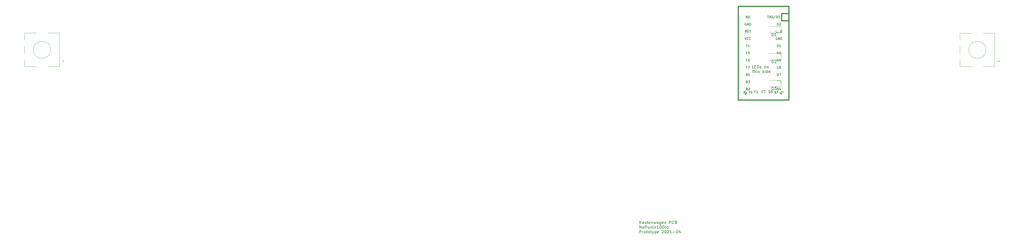
<source format=gto>
G04 #@! TF.GenerationSoftware,KiCad,Pcbnew,(5.1.9)-1*
G04 #@! TF.CreationDate,2021-06-08T14:52:31-04:00*
G04 #@! TF.ProjectId,kastenwagen-pcb,6b617374-656e-4776-9167-656e2d706362,rev?*
G04 #@! TF.SameCoordinates,Original*
G04 #@! TF.FileFunction,Legend,Top*
G04 #@! TF.FilePolarity,Positive*
%FSLAX46Y46*%
G04 Gerber Fmt 4.6, Leading zero omitted, Abs format (unit mm)*
G04 Created by KiCad (PCBNEW (5.1.9)-1) date 2021-06-08 14:52:31*
%MOMM*%
%LPD*%
G01*
G04 APERTURE LIST*
%ADD10C,0.150000*%
%ADD11C,0.120000*%
%ADD12C,0.381000*%
%ADD13C,3.987800*%
%ADD14C,1.750000*%
%ADD15C,3.048000*%
%ADD16R,2.000000X2.000000*%
%ADD17C,2.000000*%
%ADD18C,1.752600*%
%ADD19R,1.752600X1.752600*%
G04 APERTURE END LIST*
D10*
X235387195Y-86686380D02*
X235387195Y-85686380D01*
X235958623Y-86686380D02*
X235530052Y-86114952D01*
X235958623Y-85686380D02*
X235387195Y-86257809D01*
X236815766Y-86686380D02*
X236815766Y-86162571D01*
X236768147Y-86067333D01*
X236672909Y-86019714D01*
X236482433Y-86019714D01*
X236387195Y-86067333D01*
X236815766Y-86638761D02*
X236720528Y-86686380D01*
X236482433Y-86686380D01*
X236387195Y-86638761D01*
X236339576Y-86543523D01*
X236339576Y-86448285D01*
X236387195Y-86353047D01*
X236482433Y-86305428D01*
X236720528Y-86305428D01*
X236815766Y-86257809D01*
X237244338Y-86638761D02*
X237339576Y-86686380D01*
X237530052Y-86686380D01*
X237625290Y-86638761D01*
X237672909Y-86543523D01*
X237672909Y-86495904D01*
X237625290Y-86400666D01*
X237530052Y-86353047D01*
X237387195Y-86353047D01*
X237291957Y-86305428D01*
X237244338Y-86210190D01*
X237244338Y-86162571D01*
X237291957Y-86067333D01*
X237387195Y-86019714D01*
X237530052Y-86019714D01*
X237625290Y-86067333D01*
X237958623Y-86019714D02*
X238339576Y-86019714D01*
X238101480Y-85686380D02*
X238101480Y-86543523D01*
X238149100Y-86638761D01*
X238244338Y-86686380D01*
X238339576Y-86686380D01*
X239053861Y-86638761D02*
X238958623Y-86686380D01*
X238768147Y-86686380D01*
X238672909Y-86638761D01*
X238625290Y-86543523D01*
X238625290Y-86162571D01*
X238672909Y-86067333D01*
X238768147Y-86019714D01*
X238958623Y-86019714D01*
X239053861Y-86067333D01*
X239101480Y-86162571D01*
X239101480Y-86257809D01*
X238625290Y-86353047D01*
X239530052Y-86019714D02*
X239530052Y-86686380D01*
X239530052Y-86114952D02*
X239577671Y-86067333D01*
X239672909Y-86019714D01*
X239815766Y-86019714D01*
X239911004Y-86067333D01*
X239958623Y-86162571D01*
X239958623Y-86686380D01*
X240339576Y-86019714D02*
X240530052Y-86686380D01*
X240720528Y-86210190D01*
X240911004Y-86686380D01*
X241101480Y-86019714D01*
X241911004Y-86686380D02*
X241911004Y-86162571D01*
X241863385Y-86067333D01*
X241768147Y-86019714D01*
X241577671Y-86019714D01*
X241482433Y-86067333D01*
X241911004Y-86638761D02*
X241815766Y-86686380D01*
X241577671Y-86686380D01*
X241482433Y-86638761D01*
X241434814Y-86543523D01*
X241434814Y-86448285D01*
X241482433Y-86353047D01*
X241577671Y-86305428D01*
X241815766Y-86305428D01*
X241911004Y-86257809D01*
X242815766Y-86019714D02*
X242815766Y-86829238D01*
X242768147Y-86924476D01*
X242720528Y-86972095D01*
X242625290Y-87019714D01*
X242482433Y-87019714D01*
X242387195Y-86972095D01*
X242815766Y-86638761D02*
X242720528Y-86686380D01*
X242530052Y-86686380D01*
X242434814Y-86638761D01*
X242387195Y-86591142D01*
X242339576Y-86495904D01*
X242339576Y-86210190D01*
X242387195Y-86114952D01*
X242434814Y-86067333D01*
X242530052Y-86019714D01*
X242720528Y-86019714D01*
X242815766Y-86067333D01*
X243672909Y-86638761D02*
X243577671Y-86686380D01*
X243387195Y-86686380D01*
X243291957Y-86638761D01*
X243244338Y-86543523D01*
X243244338Y-86162571D01*
X243291957Y-86067333D01*
X243387195Y-86019714D01*
X243577671Y-86019714D01*
X243672909Y-86067333D01*
X243720528Y-86162571D01*
X243720528Y-86257809D01*
X243244338Y-86353047D01*
X244149100Y-86019714D02*
X244149100Y-86686380D01*
X244149100Y-86114952D02*
X244196719Y-86067333D01*
X244291957Y-86019714D01*
X244434814Y-86019714D01*
X244530052Y-86067333D01*
X244577671Y-86162571D01*
X244577671Y-86686380D01*
X245815766Y-86686380D02*
X245815766Y-85686380D01*
X246196719Y-85686380D01*
X246291957Y-85734000D01*
X246339576Y-85781619D01*
X246387195Y-85876857D01*
X246387195Y-86019714D01*
X246339576Y-86114952D01*
X246291957Y-86162571D01*
X246196719Y-86210190D01*
X245815766Y-86210190D01*
X247387195Y-86591142D02*
X247339576Y-86638761D01*
X247196719Y-86686380D01*
X247101480Y-86686380D01*
X246958623Y-86638761D01*
X246863385Y-86543523D01*
X246815766Y-86448285D01*
X246768147Y-86257809D01*
X246768147Y-86114952D01*
X246815766Y-85924476D01*
X246863385Y-85829238D01*
X246958623Y-85734000D01*
X247101480Y-85686380D01*
X247196719Y-85686380D01*
X247339576Y-85734000D01*
X247387195Y-85781619D01*
X248149100Y-86162571D02*
X248291957Y-86210190D01*
X248339576Y-86257809D01*
X248387195Y-86353047D01*
X248387195Y-86495904D01*
X248339576Y-86591142D01*
X248291957Y-86638761D01*
X248196719Y-86686380D01*
X247815766Y-86686380D01*
X247815766Y-85686380D01*
X248149100Y-85686380D01*
X248244338Y-85734000D01*
X248291957Y-85781619D01*
X248339576Y-85876857D01*
X248339576Y-85972095D01*
X248291957Y-86067333D01*
X248244338Y-86114952D01*
X248149100Y-86162571D01*
X247815766Y-86162571D01*
X235387195Y-88336380D02*
X235387195Y-87336380D01*
X235958623Y-88336380D01*
X235958623Y-87336380D01*
X236577671Y-88336380D02*
X236482433Y-88288761D01*
X236434814Y-88241142D01*
X236387195Y-88145904D01*
X236387195Y-87860190D01*
X236434814Y-87764952D01*
X236482433Y-87717333D01*
X236577671Y-87669714D01*
X236720528Y-87669714D01*
X236815766Y-87717333D01*
X236863385Y-87764952D01*
X236911004Y-87860190D01*
X236911004Y-88145904D01*
X236863385Y-88241142D01*
X236815766Y-88288761D01*
X236720528Y-88336380D01*
X236577671Y-88336380D01*
X237339576Y-88336380D02*
X237339576Y-87336380D01*
X237720528Y-87336380D01*
X237815766Y-87384000D01*
X237863385Y-87431619D01*
X237911004Y-87526857D01*
X237911004Y-87669714D01*
X237863385Y-87764952D01*
X237815766Y-87812571D01*
X237720528Y-87860190D01*
X237339576Y-87860190D01*
X238768147Y-87669714D02*
X238768147Y-88336380D01*
X238339576Y-87669714D02*
X238339576Y-88193523D01*
X238387195Y-88288761D01*
X238482433Y-88336380D01*
X238625290Y-88336380D01*
X238720528Y-88288761D01*
X238768147Y-88241142D01*
X239244338Y-87669714D02*
X239244338Y-88336380D01*
X239244338Y-87764952D02*
X239291957Y-87717333D01*
X239387195Y-87669714D01*
X239530052Y-87669714D01*
X239625290Y-87717333D01*
X239672909Y-87812571D01*
X239672909Y-88336380D01*
X240149100Y-88336380D02*
X240149100Y-87336380D01*
X240625290Y-87669714D02*
X240625290Y-88336380D01*
X240625290Y-87764952D02*
X240672909Y-87717333D01*
X240768147Y-87669714D01*
X240911004Y-87669714D01*
X241006242Y-87717333D01*
X241053861Y-87812571D01*
X241053861Y-88336380D01*
X242053861Y-88336380D02*
X241482433Y-88336380D01*
X241768147Y-88336380D02*
X241768147Y-87336380D01*
X241672909Y-87479238D01*
X241577671Y-87574476D01*
X241482433Y-87622095D01*
X242672909Y-87336380D02*
X242768147Y-87336380D01*
X242863385Y-87384000D01*
X242911004Y-87431619D01*
X242958623Y-87526857D01*
X243006242Y-87717333D01*
X243006242Y-87955428D01*
X242958623Y-88145904D01*
X242911004Y-88241142D01*
X242863385Y-88288761D01*
X242768147Y-88336380D01*
X242672909Y-88336380D01*
X242577671Y-88288761D01*
X242530052Y-88241142D01*
X242482433Y-88145904D01*
X242434814Y-87955428D01*
X242434814Y-87717333D01*
X242482433Y-87526857D01*
X242530052Y-87431619D01*
X242577671Y-87384000D01*
X242672909Y-87336380D01*
X243434814Y-88336380D02*
X243434814Y-87336380D01*
X243672909Y-87336380D01*
X243815766Y-87384000D01*
X243911004Y-87479238D01*
X243958623Y-87574476D01*
X244006242Y-87764952D01*
X244006242Y-87907809D01*
X243958623Y-88098285D01*
X243911004Y-88193523D01*
X243815766Y-88288761D01*
X243672909Y-88336380D01*
X243434814Y-88336380D01*
X244434814Y-88336380D02*
X244434814Y-87669714D01*
X244434814Y-87336380D02*
X244387195Y-87384000D01*
X244434814Y-87431619D01*
X244482433Y-87384000D01*
X244434814Y-87336380D01*
X244434814Y-87431619D01*
X245339576Y-88336380D02*
X245339576Y-87336380D01*
X245339576Y-88288761D02*
X245244338Y-88336380D01*
X245053861Y-88336380D01*
X244958623Y-88288761D01*
X244911004Y-88241142D01*
X244863385Y-88145904D01*
X244863385Y-87860190D01*
X244911004Y-87764952D01*
X244958623Y-87717333D01*
X245053861Y-87669714D01*
X245244338Y-87669714D01*
X245339576Y-87717333D01*
X235387195Y-89986380D02*
X235387195Y-88986380D01*
X235768147Y-88986380D01*
X235863385Y-89034000D01*
X235911004Y-89081619D01*
X235958623Y-89176857D01*
X235958623Y-89319714D01*
X235911004Y-89414952D01*
X235863385Y-89462571D01*
X235768147Y-89510190D01*
X235387195Y-89510190D01*
X236387195Y-89986380D02*
X236387195Y-89319714D01*
X236387195Y-89510190D02*
X236434814Y-89414952D01*
X236482433Y-89367333D01*
X236577671Y-89319714D01*
X236672909Y-89319714D01*
X237149100Y-89986380D02*
X237053861Y-89938761D01*
X237006242Y-89891142D01*
X236958623Y-89795904D01*
X236958623Y-89510190D01*
X237006242Y-89414952D01*
X237053861Y-89367333D01*
X237149100Y-89319714D01*
X237291957Y-89319714D01*
X237387195Y-89367333D01*
X237434814Y-89414952D01*
X237482433Y-89510190D01*
X237482433Y-89795904D01*
X237434814Y-89891142D01*
X237387195Y-89938761D01*
X237291957Y-89986380D01*
X237149100Y-89986380D01*
X237768147Y-89319714D02*
X238149100Y-89319714D01*
X237911004Y-88986380D02*
X237911004Y-89843523D01*
X237958623Y-89938761D01*
X238053861Y-89986380D01*
X238149100Y-89986380D01*
X238625290Y-89986380D02*
X238530052Y-89938761D01*
X238482433Y-89891142D01*
X238434814Y-89795904D01*
X238434814Y-89510190D01*
X238482433Y-89414952D01*
X238530052Y-89367333D01*
X238625290Y-89319714D01*
X238768147Y-89319714D01*
X238863385Y-89367333D01*
X238911004Y-89414952D01*
X238958623Y-89510190D01*
X238958623Y-89795904D01*
X238911004Y-89891142D01*
X238863385Y-89938761D01*
X238768147Y-89986380D01*
X238625290Y-89986380D01*
X239244338Y-89319714D02*
X239625290Y-89319714D01*
X239387195Y-88986380D02*
X239387195Y-89843523D01*
X239434814Y-89938761D01*
X239530052Y-89986380D01*
X239625290Y-89986380D01*
X239863385Y-89319714D02*
X240101480Y-89986380D01*
X240339576Y-89319714D02*
X240101480Y-89986380D01*
X240006242Y-90224476D01*
X239958623Y-90272095D01*
X239863385Y-90319714D01*
X240720528Y-89319714D02*
X240720528Y-90319714D01*
X240720528Y-89367333D02*
X240815766Y-89319714D01*
X241006242Y-89319714D01*
X241101480Y-89367333D01*
X241149100Y-89414952D01*
X241196719Y-89510190D01*
X241196719Y-89795904D01*
X241149100Y-89891142D01*
X241101480Y-89938761D01*
X241006242Y-89986380D01*
X240815766Y-89986380D01*
X240720528Y-89938761D01*
X242006242Y-89938761D02*
X241911004Y-89986380D01*
X241720528Y-89986380D01*
X241625290Y-89938761D01*
X241577671Y-89843523D01*
X241577671Y-89462571D01*
X241625290Y-89367333D01*
X241720528Y-89319714D01*
X241911004Y-89319714D01*
X242006242Y-89367333D01*
X242053861Y-89462571D01*
X242053861Y-89557809D01*
X241577671Y-89653047D01*
X243196719Y-89081619D02*
X243244338Y-89034000D01*
X243339576Y-88986380D01*
X243577671Y-88986380D01*
X243672909Y-89034000D01*
X243720528Y-89081619D01*
X243768147Y-89176857D01*
X243768147Y-89272095D01*
X243720528Y-89414952D01*
X243149100Y-89986380D01*
X243768147Y-89986380D01*
X244387195Y-88986380D02*
X244482433Y-88986380D01*
X244577671Y-89034000D01*
X244625290Y-89081619D01*
X244672909Y-89176857D01*
X244720528Y-89367333D01*
X244720528Y-89605428D01*
X244672909Y-89795904D01*
X244625290Y-89891142D01*
X244577671Y-89938761D01*
X244482433Y-89986380D01*
X244387195Y-89986380D01*
X244291957Y-89938761D01*
X244244338Y-89891142D01*
X244196719Y-89795904D01*
X244149100Y-89605428D01*
X244149100Y-89367333D01*
X244196719Y-89176857D01*
X244244338Y-89081619D01*
X244291957Y-89034000D01*
X244387195Y-88986380D01*
X245101480Y-89081619D02*
X245149100Y-89034000D01*
X245244338Y-88986380D01*
X245482433Y-88986380D01*
X245577671Y-89034000D01*
X245625290Y-89081619D01*
X245672909Y-89176857D01*
X245672909Y-89272095D01*
X245625290Y-89414952D01*
X245053861Y-89986380D01*
X245672909Y-89986380D01*
X246625290Y-89986380D02*
X246053861Y-89986380D01*
X246339576Y-89986380D02*
X246339576Y-88986380D01*
X246244338Y-89129238D01*
X246149100Y-89224476D01*
X246053861Y-89272095D01*
X247053861Y-89605428D02*
X247815766Y-89605428D01*
X248482433Y-88986380D02*
X248577671Y-88986380D01*
X248672909Y-89034000D01*
X248720528Y-89081619D01*
X248768147Y-89176857D01*
X248815766Y-89367333D01*
X248815766Y-89605428D01*
X248768147Y-89795904D01*
X248720528Y-89891142D01*
X248672909Y-89938761D01*
X248577671Y-89986380D01*
X248482433Y-89986380D01*
X248387195Y-89938761D01*
X248339576Y-89891142D01*
X248291957Y-89795904D01*
X248244338Y-89605428D01*
X248244338Y-89367333D01*
X248291957Y-89176857D01*
X248339576Y-89081619D01*
X248387195Y-89034000D01*
X248482433Y-88986380D01*
X249672909Y-89319714D02*
X249672909Y-89986380D01*
X249434814Y-88938761D02*
X249196719Y-89653047D01*
X249815766Y-89653047D01*
X275466514Y-31834580D02*
X274990323Y-31834580D01*
X274990323Y-30834580D01*
X275799847Y-31310771D02*
X276133180Y-31310771D01*
X276276038Y-31834580D02*
X275799847Y-31834580D01*
X275799847Y-30834580D01*
X276276038Y-30834580D01*
X276704609Y-31834580D02*
X276704609Y-30834580D01*
X276942704Y-30834580D01*
X277085561Y-30882200D01*
X277180800Y-30977438D01*
X277228419Y-31072676D01*
X277276038Y-31263152D01*
X277276038Y-31406009D01*
X277228419Y-31596485D01*
X277180800Y-31691723D01*
X277085561Y-31786961D01*
X276942704Y-31834580D01*
X276704609Y-31834580D01*
X277656990Y-31786961D02*
X277752228Y-31834580D01*
X277942704Y-31834580D01*
X278037942Y-31786961D01*
X278085561Y-31691723D01*
X278085561Y-31644104D01*
X278037942Y-31548866D01*
X277942704Y-31501247D01*
X277799847Y-31501247D01*
X277704609Y-31453628D01*
X277656990Y-31358390D01*
X277656990Y-31310771D01*
X277704609Y-31215533D01*
X277799847Y-31167914D01*
X277942704Y-31167914D01*
X278037942Y-31215533D01*
X279418895Y-31834580D02*
X279323657Y-31786961D01*
X279276038Y-31739342D01*
X279228419Y-31644104D01*
X279228419Y-31358390D01*
X279276038Y-31263152D01*
X279323657Y-31215533D01*
X279418895Y-31167914D01*
X279561752Y-31167914D01*
X279656990Y-31215533D01*
X279704609Y-31263152D01*
X279752228Y-31358390D01*
X279752228Y-31644104D01*
X279704609Y-31739342D01*
X279656990Y-31786961D01*
X279561752Y-31834580D01*
X279418895Y-31834580D01*
X280180800Y-31167914D02*
X280180800Y-31834580D01*
X280180800Y-31263152D02*
X280228419Y-31215533D01*
X280323657Y-31167914D01*
X280466514Y-31167914D01*
X280561752Y-31215533D01*
X280609371Y-31310771D01*
X280609371Y-31834580D01*
X274990323Y-32817914D02*
X275371276Y-32817914D01*
X275133180Y-32484580D02*
X275133180Y-33341723D01*
X275180800Y-33436961D01*
X275276038Y-33484580D01*
X275371276Y-33484580D01*
X275704609Y-33484580D02*
X275704609Y-32484580D01*
X276133180Y-33484580D02*
X276133180Y-32960771D01*
X276085561Y-32865533D01*
X275990323Y-32817914D01*
X275847466Y-32817914D01*
X275752228Y-32865533D01*
X275704609Y-32913152D01*
X276609371Y-33484580D02*
X276609371Y-32817914D01*
X276609371Y-32484580D02*
X276561752Y-32532200D01*
X276609371Y-32579819D01*
X276656990Y-32532200D01*
X276609371Y-32484580D01*
X276609371Y-32579819D01*
X277037942Y-33436961D02*
X277133180Y-33484580D01*
X277323657Y-33484580D01*
X277418895Y-33436961D01*
X277466514Y-33341723D01*
X277466514Y-33294104D01*
X277418895Y-33198866D01*
X277323657Y-33151247D01*
X277180800Y-33151247D01*
X277085561Y-33103628D01*
X277037942Y-33008390D01*
X277037942Y-32960771D01*
X277085561Y-32865533D01*
X277180800Y-32817914D01*
X277323657Y-32817914D01*
X277418895Y-32865533D01*
X278609371Y-33436961D02*
X278704609Y-33484580D01*
X278895085Y-33484580D01*
X278990323Y-33436961D01*
X279037942Y-33341723D01*
X279037942Y-33294104D01*
X278990323Y-33198866D01*
X278895085Y-33151247D01*
X278752228Y-33151247D01*
X278656990Y-33103628D01*
X278609371Y-33008390D01*
X278609371Y-32960771D01*
X278656990Y-32865533D01*
X278752228Y-32817914D01*
X278895085Y-32817914D01*
X278990323Y-32865533D01*
X279466514Y-33484580D02*
X279466514Y-32817914D01*
X279466514Y-32484580D02*
X279418895Y-32532200D01*
X279466514Y-32579819D01*
X279514133Y-32532200D01*
X279466514Y-32484580D01*
X279466514Y-32579819D01*
X280371276Y-33484580D02*
X280371276Y-32484580D01*
X280371276Y-33436961D02*
X280276038Y-33484580D01*
X280085561Y-33484580D01*
X279990323Y-33436961D01*
X279942704Y-33389342D01*
X279895085Y-33294104D01*
X279895085Y-33008390D01*
X279942704Y-32913152D01*
X279990323Y-32865533D01*
X280085561Y-32817914D01*
X280276038Y-32817914D01*
X280371276Y-32865533D01*
X281228419Y-33436961D02*
X281133180Y-33484580D01*
X280942704Y-33484580D01*
X280847466Y-33436961D01*
X280799847Y-33341723D01*
X280799847Y-32960771D01*
X280847466Y-32865533D01*
X280942704Y-32817914D01*
X281133180Y-32817914D01*
X281228419Y-32865533D01*
X281276038Y-32960771D01*
X281276038Y-33056009D01*
X280799847Y-33151247D01*
X280669047Y-18055714D02*
X281430952Y-18341428D01*
X280669047Y-18627142D01*
X280669047Y-27455714D02*
X281430952Y-27741428D01*
X280669047Y-28027142D01*
X280619047Y-36985714D02*
X281380952Y-37271428D01*
X280619047Y-37557142D01*
D11*
G04 #@! TO.C,D3*
X285047500Y-36115000D02*
X280987500Y-36115000D01*
X285047500Y-38385000D02*
X285047500Y-36115000D01*
X280987500Y-38385000D02*
X285047500Y-38385000D01*
G04 #@! TO.C,D2*
X285047500Y-26612500D02*
X280987500Y-26612500D01*
X285047500Y-28882500D02*
X285047500Y-26612500D01*
X280987500Y-28882500D02*
X285047500Y-28882500D01*
G04 #@! TO.C,D1*
X285047500Y-17115000D02*
X280987500Y-17115000D01*
X285047500Y-19385000D02*
X285047500Y-17115000D01*
X280987500Y-19385000D02*
X285047500Y-19385000D01*
G04 #@! TO.C,RSW181*
X354512500Y-25400000D02*
X353512500Y-25400000D01*
X354012500Y-25900000D02*
X354012500Y-24900000D01*
X347912500Y-21900000D02*
X347912500Y-19500000D01*
X347912500Y-26700000D02*
X347912500Y-24100000D01*
X347912500Y-31300000D02*
X347912500Y-28900000D01*
X361212500Y-29500000D02*
X361512500Y-29200000D01*
X361812500Y-29500000D02*
X361212500Y-29500000D01*
X361512500Y-29200000D02*
X361812500Y-29500000D01*
X360112500Y-31300000D02*
X360112500Y-19500000D01*
X356012500Y-31300000D02*
X360112500Y-31300000D01*
X356012500Y-19500000D02*
X360112500Y-19500000D01*
X347912500Y-19500000D02*
X352012500Y-19500000D01*
X352012500Y-31300000D02*
X347912500Y-31300000D01*
X357012500Y-25400000D02*
G75*
G03*
X357012500Y-25400000I-3000000J0D01*
G01*
G04 #@! TO.C,RSW100*
X25900000Y-25356250D02*
X24900000Y-25356250D01*
X25400000Y-25856250D02*
X25400000Y-24856250D01*
X19300000Y-21856250D02*
X19300000Y-19456250D01*
X19300000Y-26656250D02*
X19300000Y-24056250D01*
X19300000Y-31256250D02*
X19300000Y-28856250D01*
X32600000Y-29456250D02*
X32900000Y-29156250D01*
X33200000Y-29456250D02*
X32600000Y-29456250D01*
X32900000Y-29156250D02*
X33200000Y-29456250D01*
X31500000Y-31256250D02*
X31500000Y-19456250D01*
X27400000Y-31256250D02*
X31500000Y-31256250D01*
X27400000Y-19456250D02*
X31500000Y-19456250D01*
X19300000Y-19456250D02*
X23400000Y-19456250D01*
X23400000Y-31256250D02*
X19300000Y-31256250D01*
X28400000Y-25356250D02*
G75*
G03*
X28400000Y-25356250I-3000000J0D01*
G01*
D12*
G04 #@! TO.C,U1*
X285230000Y-12570000D02*
X287770000Y-12570000D01*
X269990000Y-10030000D02*
X287770000Y-10030000D01*
X287770000Y-10030000D02*
X287770000Y-43050000D01*
X287770000Y-43050000D02*
X269990000Y-43050000D01*
X269990000Y-43050000D02*
X269990000Y-10030000D01*
D10*
G36*
X273035365Y-18459030D02*
G01*
X273035365Y-18559030D01*
X272535365Y-18559030D01*
X272535365Y-18459030D01*
X273035365Y-18459030D01*
G37*
X273035365Y-18459030D02*
X273035365Y-18559030D01*
X272535365Y-18559030D01*
X272535365Y-18459030D01*
X273035365Y-18459030D01*
G36*
X273035365Y-18459030D02*
G01*
X273035365Y-18759030D01*
X272935365Y-18759030D01*
X272935365Y-18459030D01*
X273035365Y-18459030D01*
G37*
X273035365Y-18459030D02*
X273035365Y-18759030D01*
X272935365Y-18759030D01*
X272935365Y-18459030D01*
X273035365Y-18459030D01*
G36*
X273035365Y-19059030D02*
G01*
X273035365Y-19259030D01*
X272935365Y-19259030D01*
X272935365Y-19059030D01*
X273035365Y-19059030D01*
G37*
X273035365Y-19059030D02*
X273035365Y-19259030D01*
X272935365Y-19259030D01*
X272935365Y-19059030D01*
X273035365Y-19059030D01*
G36*
X272635365Y-18459030D02*
G01*
X272635365Y-19259030D01*
X272535365Y-19259030D01*
X272535365Y-18459030D01*
X272635365Y-18459030D01*
G37*
X272635365Y-18459030D02*
X272635365Y-19259030D01*
X272535365Y-19259030D01*
X272535365Y-18459030D01*
X272635365Y-18459030D01*
G36*
X272835365Y-18859030D02*
G01*
X272835365Y-18959030D01*
X272735365Y-18959030D01*
X272735365Y-18859030D01*
X272835365Y-18859030D01*
G37*
X272835365Y-18859030D02*
X272835365Y-18959030D01*
X272735365Y-18959030D01*
X272735365Y-18859030D01*
X272835365Y-18859030D01*
D12*
X285230000Y-12570000D02*
X285230000Y-15110000D01*
X285230000Y-15110000D02*
X287770000Y-15110000D01*
G04 #@! TO.C,D3*
D10*
X281849404Y-39522380D02*
X281849404Y-38522380D01*
X282087500Y-38522380D01*
X282230357Y-38570000D01*
X282325595Y-38665238D01*
X282373214Y-38760476D01*
X282420833Y-38950952D01*
X282420833Y-39093809D01*
X282373214Y-39284285D01*
X282325595Y-39379523D01*
X282230357Y-39474761D01*
X282087500Y-39522380D01*
X281849404Y-39522380D01*
X282754166Y-38522380D02*
X283373214Y-38522380D01*
X283039880Y-38903333D01*
X283182738Y-38903333D01*
X283277976Y-38950952D01*
X283325595Y-38998571D01*
X283373214Y-39093809D01*
X283373214Y-39331904D01*
X283325595Y-39427142D01*
X283277976Y-39474761D01*
X283182738Y-39522380D01*
X282897023Y-39522380D01*
X282801785Y-39474761D01*
X282754166Y-39427142D01*
G04 #@! TO.C,D2*
X281849404Y-30019880D02*
X281849404Y-29019880D01*
X282087500Y-29019880D01*
X282230357Y-29067500D01*
X282325595Y-29162738D01*
X282373214Y-29257976D01*
X282420833Y-29448452D01*
X282420833Y-29591309D01*
X282373214Y-29781785D01*
X282325595Y-29877023D01*
X282230357Y-29972261D01*
X282087500Y-30019880D01*
X281849404Y-30019880D01*
X282801785Y-29115119D02*
X282849404Y-29067500D01*
X282944642Y-29019880D01*
X283182738Y-29019880D01*
X283277976Y-29067500D01*
X283325595Y-29115119D01*
X283373214Y-29210357D01*
X283373214Y-29305595D01*
X283325595Y-29448452D01*
X282754166Y-30019880D01*
X283373214Y-30019880D01*
G04 #@! TO.C,D1*
X281849404Y-20522380D02*
X281849404Y-19522380D01*
X282087500Y-19522380D01*
X282230357Y-19570000D01*
X282325595Y-19665238D01*
X282373214Y-19760476D01*
X282420833Y-19950952D01*
X282420833Y-20093809D01*
X282373214Y-20284285D01*
X282325595Y-20379523D01*
X282230357Y-20474761D01*
X282087500Y-20522380D01*
X281849404Y-20522380D01*
X283373214Y-20522380D02*
X282801785Y-20522380D01*
X283087500Y-20522380D02*
X283087500Y-19522380D01*
X282992261Y-19665238D01*
X282897023Y-19760476D01*
X282801785Y-19808095D01*
G04 #@! TO.C,U1*
X283750523Y-16741904D02*
X283750523Y-15941904D01*
X283941000Y-15941904D01*
X284055285Y-15980000D01*
X284131476Y-16056190D01*
X284169571Y-16132380D01*
X284207666Y-16284761D01*
X284207666Y-16399047D01*
X284169571Y-16551428D01*
X284131476Y-16627619D01*
X284055285Y-16703809D01*
X283941000Y-16741904D01*
X283750523Y-16741904D01*
X284512428Y-16018095D02*
X284550523Y-15980000D01*
X284626714Y-15941904D01*
X284817190Y-15941904D01*
X284893380Y-15980000D01*
X284931476Y-16018095D01*
X284969571Y-16094285D01*
X284969571Y-16170476D01*
X284931476Y-16284761D01*
X284474333Y-16741904D01*
X284969571Y-16741904D01*
X283750523Y-26901904D02*
X283750523Y-26101904D01*
X283941000Y-26101904D01*
X284055285Y-26140000D01*
X284131476Y-26216190D01*
X284169571Y-26292380D01*
X284207666Y-26444761D01*
X284207666Y-26559047D01*
X284169571Y-26711428D01*
X284131476Y-26787619D01*
X284055285Y-26863809D01*
X283941000Y-26901904D01*
X283750523Y-26901904D01*
X284702904Y-26101904D02*
X284779095Y-26101904D01*
X284855285Y-26140000D01*
X284893380Y-26178095D01*
X284931476Y-26254285D01*
X284969571Y-26406666D01*
X284969571Y-26597142D01*
X284931476Y-26749523D01*
X284893380Y-26825714D01*
X284855285Y-26863809D01*
X284779095Y-26901904D01*
X284702904Y-26901904D01*
X284626714Y-26863809D01*
X284588619Y-26825714D01*
X284550523Y-26749523D01*
X284512428Y-26597142D01*
X284512428Y-26406666D01*
X284550523Y-26254285D01*
X284588619Y-26178095D01*
X284626714Y-26140000D01*
X284702904Y-26101904D01*
X283750523Y-24361904D02*
X283750523Y-23561904D01*
X283941000Y-23561904D01*
X284055285Y-23600000D01*
X284131476Y-23676190D01*
X284169571Y-23752380D01*
X284207666Y-23904761D01*
X284207666Y-24019047D01*
X284169571Y-24171428D01*
X284131476Y-24247619D01*
X284055285Y-24323809D01*
X283941000Y-24361904D01*
X283750523Y-24361904D01*
X284969571Y-24361904D02*
X284512428Y-24361904D01*
X284741000Y-24361904D02*
X284741000Y-23561904D01*
X284664809Y-23676190D01*
X284588619Y-23752380D01*
X284512428Y-23790476D01*
X283731476Y-21060000D02*
X283655285Y-21021904D01*
X283541000Y-21021904D01*
X283426714Y-21060000D01*
X283350523Y-21136190D01*
X283312428Y-21212380D01*
X283274333Y-21364761D01*
X283274333Y-21479047D01*
X283312428Y-21631428D01*
X283350523Y-21707619D01*
X283426714Y-21783809D01*
X283541000Y-21821904D01*
X283617190Y-21821904D01*
X283731476Y-21783809D01*
X283769571Y-21745714D01*
X283769571Y-21479047D01*
X283617190Y-21479047D01*
X284112428Y-21821904D02*
X284112428Y-21021904D01*
X284569571Y-21821904D01*
X284569571Y-21021904D01*
X284950523Y-21821904D02*
X284950523Y-21021904D01*
X285141000Y-21021904D01*
X285255285Y-21060000D01*
X285331476Y-21136190D01*
X285369571Y-21212380D01*
X285407666Y-21364761D01*
X285407666Y-21479047D01*
X285369571Y-21631428D01*
X285331476Y-21707619D01*
X285255285Y-21783809D01*
X285141000Y-21821904D01*
X284950523Y-21821904D01*
X283731476Y-18520000D02*
X283655285Y-18481904D01*
X283541000Y-18481904D01*
X283426714Y-18520000D01*
X283350523Y-18596190D01*
X283312428Y-18672380D01*
X283274333Y-18824761D01*
X283274333Y-18939047D01*
X283312428Y-19091428D01*
X283350523Y-19167619D01*
X283426714Y-19243809D01*
X283541000Y-19281904D01*
X283617190Y-19281904D01*
X283731476Y-19243809D01*
X283769571Y-19205714D01*
X283769571Y-18939047D01*
X283617190Y-18939047D01*
X284112428Y-19281904D02*
X284112428Y-18481904D01*
X284569571Y-19281904D01*
X284569571Y-18481904D01*
X284950523Y-19281904D02*
X284950523Y-18481904D01*
X285141000Y-18481904D01*
X285255285Y-18520000D01*
X285331476Y-18596190D01*
X285369571Y-18672380D01*
X285407666Y-18824761D01*
X285407666Y-18939047D01*
X285369571Y-19091428D01*
X285331476Y-19167619D01*
X285255285Y-19243809D01*
X285141000Y-19281904D01*
X284950523Y-19281904D01*
X283750523Y-29441904D02*
X283750523Y-28641904D01*
X283941000Y-28641904D01*
X284055285Y-28680000D01*
X284131476Y-28756190D01*
X284169571Y-28832380D01*
X284207666Y-28984761D01*
X284207666Y-29099047D01*
X284169571Y-29251428D01*
X284131476Y-29327619D01*
X284055285Y-29403809D01*
X283941000Y-29441904D01*
X283750523Y-29441904D01*
X284893380Y-28908571D02*
X284893380Y-29441904D01*
X284702904Y-28603809D02*
X284512428Y-29175238D01*
X285007666Y-29175238D01*
X284207666Y-31905714D02*
X284169571Y-31943809D01*
X284055285Y-31981904D01*
X283979095Y-31981904D01*
X283864809Y-31943809D01*
X283788619Y-31867619D01*
X283750523Y-31791428D01*
X283712428Y-31639047D01*
X283712428Y-31524761D01*
X283750523Y-31372380D01*
X283788619Y-31296190D01*
X283864809Y-31220000D01*
X283979095Y-31181904D01*
X284055285Y-31181904D01*
X284169571Y-31220000D01*
X284207666Y-31258095D01*
X284893380Y-31181904D02*
X284741000Y-31181904D01*
X284664809Y-31220000D01*
X284626714Y-31258095D01*
X284550523Y-31372380D01*
X284512428Y-31524761D01*
X284512428Y-31829523D01*
X284550523Y-31905714D01*
X284588619Y-31943809D01*
X284664809Y-31981904D01*
X284817190Y-31981904D01*
X284893380Y-31943809D01*
X284931476Y-31905714D01*
X284969571Y-31829523D01*
X284969571Y-31639047D01*
X284931476Y-31562857D01*
X284893380Y-31524761D01*
X284817190Y-31486666D01*
X284664809Y-31486666D01*
X284588619Y-31524761D01*
X284550523Y-31562857D01*
X284512428Y-31639047D01*
X283750523Y-34521904D02*
X283750523Y-33721904D01*
X283941000Y-33721904D01*
X284055285Y-33760000D01*
X284131476Y-33836190D01*
X284169571Y-33912380D01*
X284207666Y-34064761D01*
X284207666Y-34179047D01*
X284169571Y-34331428D01*
X284131476Y-34407619D01*
X284055285Y-34483809D01*
X283941000Y-34521904D01*
X283750523Y-34521904D01*
X284474333Y-33721904D02*
X285007666Y-33721904D01*
X284664809Y-34521904D01*
X283788619Y-36642857D02*
X284055285Y-36642857D01*
X284169571Y-37061904D02*
X283788619Y-37061904D01*
X283788619Y-36261904D01*
X284169571Y-36261904D01*
X284855285Y-36261904D02*
X284702904Y-36261904D01*
X284626714Y-36300000D01*
X284588619Y-36338095D01*
X284512428Y-36452380D01*
X284474333Y-36604761D01*
X284474333Y-36909523D01*
X284512428Y-36985714D01*
X284550523Y-37023809D01*
X284626714Y-37061904D01*
X284779095Y-37061904D01*
X284855285Y-37023809D01*
X284893380Y-36985714D01*
X284931476Y-36909523D01*
X284931476Y-36719047D01*
X284893380Y-36642857D01*
X284855285Y-36604761D01*
X284779095Y-36566666D01*
X284626714Y-36566666D01*
X284550523Y-36604761D01*
X284512428Y-36642857D01*
X284474333Y-36719047D01*
X284017190Y-39182857D02*
X284131476Y-39220952D01*
X284169571Y-39259047D01*
X284207666Y-39335238D01*
X284207666Y-39449523D01*
X284169571Y-39525714D01*
X284131476Y-39563809D01*
X284055285Y-39601904D01*
X283750523Y-39601904D01*
X283750523Y-38801904D01*
X284017190Y-38801904D01*
X284093380Y-38840000D01*
X284131476Y-38878095D01*
X284169571Y-38954285D01*
X284169571Y-39030476D01*
X284131476Y-39106666D01*
X284093380Y-39144761D01*
X284017190Y-39182857D01*
X283750523Y-39182857D01*
X284893380Y-39068571D02*
X284893380Y-39601904D01*
X284702904Y-38763809D02*
X284512428Y-39335238D01*
X285007666Y-39335238D01*
X285044297Y-40674991D02*
X285138578Y-40627851D01*
X285185719Y-40627851D01*
X285256429Y-40651421D01*
X285327140Y-40722132D01*
X285350710Y-40792842D01*
X285350710Y-40839983D01*
X285327140Y-40910693D01*
X285138578Y-41099255D01*
X284643603Y-40604280D01*
X284808595Y-40439289D01*
X284879306Y-40415719D01*
X284926446Y-40415719D01*
X284997157Y-40439289D01*
X285044297Y-40486429D01*
X285067867Y-40557140D01*
X285067867Y-40604280D01*
X285044297Y-40674991D01*
X284879306Y-40839983D01*
X285374280Y-39873603D02*
X285138578Y-40109306D01*
X285350710Y-40368578D01*
X285350710Y-40321438D01*
X285374280Y-40250727D01*
X285492132Y-40132876D01*
X285562842Y-40109306D01*
X285609983Y-40109306D01*
X285680693Y-40132876D01*
X285798544Y-40250727D01*
X285822115Y-40321438D01*
X285822115Y-40368578D01*
X285798544Y-40439289D01*
X285680693Y-40557140D01*
X285609983Y-40580710D01*
X285562842Y-40580710D01*
X273095190Y-36642857D02*
X273209476Y-36680952D01*
X273247571Y-36719047D01*
X273285666Y-36795238D01*
X273285666Y-36909523D01*
X273247571Y-36985714D01*
X273209476Y-37023809D01*
X273133285Y-37061904D01*
X272828523Y-37061904D01*
X272828523Y-36261904D01*
X273095190Y-36261904D01*
X273171380Y-36300000D01*
X273209476Y-36338095D01*
X273247571Y-36414285D01*
X273247571Y-36490476D01*
X273209476Y-36566666D01*
X273171380Y-36604761D01*
X273095190Y-36642857D01*
X272828523Y-36642857D01*
X273552333Y-36261904D02*
X274047571Y-36261904D01*
X273780904Y-36566666D01*
X273895190Y-36566666D01*
X273971380Y-36604761D01*
X274009476Y-36642857D01*
X274047571Y-36719047D01*
X274047571Y-36909523D01*
X274009476Y-36985714D01*
X273971380Y-37023809D01*
X273895190Y-37061904D01*
X273666619Y-37061904D01*
X273590428Y-37023809D01*
X273552333Y-36985714D01*
X273095190Y-34102857D02*
X273209476Y-34140952D01*
X273247571Y-34179047D01*
X273285666Y-34255238D01*
X273285666Y-34369523D01*
X273247571Y-34445714D01*
X273209476Y-34483809D01*
X273133285Y-34521904D01*
X272828523Y-34521904D01*
X272828523Y-33721904D01*
X273095190Y-33721904D01*
X273171380Y-33760000D01*
X273209476Y-33798095D01*
X273247571Y-33874285D01*
X273247571Y-33950476D01*
X273209476Y-34026666D01*
X273171380Y-34064761D01*
X273095190Y-34102857D01*
X272828523Y-34102857D01*
X274047571Y-34521904D02*
X273590428Y-34521904D01*
X273819000Y-34521904D02*
X273819000Y-33721904D01*
X273742809Y-33836190D01*
X273666619Y-33912380D01*
X273590428Y-33950476D01*
X273152333Y-23942857D02*
X272885666Y-23942857D01*
X272885666Y-24361904D02*
X272885666Y-23561904D01*
X273266619Y-23561904D01*
X273914238Y-23828571D02*
X273914238Y-24361904D01*
X273723761Y-23523809D02*
X273533285Y-24095238D01*
X274028523Y-24095238D01*
X272352333Y-21021904D02*
X272619000Y-21821904D01*
X272885666Y-21021904D01*
X273609476Y-21745714D02*
X273571380Y-21783809D01*
X273457095Y-21821904D01*
X273380904Y-21821904D01*
X273266619Y-21783809D01*
X273190428Y-21707619D01*
X273152333Y-21631428D01*
X273114238Y-21479047D01*
X273114238Y-21364761D01*
X273152333Y-21212380D01*
X273190428Y-21136190D01*
X273266619Y-21060000D01*
X273380904Y-21021904D01*
X273457095Y-21021904D01*
X273571380Y-21060000D01*
X273609476Y-21098095D01*
X274409476Y-21745714D02*
X274371380Y-21783809D01*
X274257095Y-21821904D01*
X274180904Y-21821904D01*
X274066619Y-21783809D01*
X273990428Y-21707619D01*
X273952333Y-21631428D01*
X273914238Y-21479047D01*
X273914238Y-21364761D01*
X273952333Y-21212380D01*
X273990428Y-21136190D01*
X274066619Y-21060000D01*
X274180904Y-21021904D01*
X274257095Y-21021904D01*
X274371380Y-21060000D01*
X274409476Y-21098095D01*
X272809476Y-15980000D02*
X272733285Y-15941904D01*
X272619000Y-15941904D01*
X272504714Y-15980000D01*
X272428523Y-16056190D01*
X272390428Y-16132380D01*
X272352333Y-16284761D01*
X272352333Y-16399047D01*
X272390428Y-16551428D01*
X272428523Y-16627619D01*
X272504714Y-16703809D01*
X272619000Y-16741904D01*
X272695190Y-16741904D01*
X272809476Y-16703809D01*
X272847571Y-16665714D01*
X272847571Y-16399047D01*
X272695190Y-16399047D01*
X273190428Y-16741904D02*
X273190428Y-15941904D01*
X273647571Y-16741904D01*
X273647571Y-15941904D01*
X274028523Y-16741904D02*
X274028523Y-15941904D01*
X274219000Y-15941904D01*
X274333285Y-15980000D01*
X274409476Y-16056190D01*
X274447571Y-16132380D01*
X274485666Y-16284761D01*
X274485666Y-16399047D01*
X274447571Y-16551428D01*
X274409476Y-16627619D01*
X274333285Y-16703809D01*
X274219000Y-16741904D01*
X274028523Y-16741904D01*
X273095190Y-13782857D02*
X273209476Y-13820952D01*
X273247571Y-13859047D01*
X273285666Y-13935238D01*
X273285666Y-14049523D01*
X273247571Y-14125714D01*
X273209476Y-14163809D01*
X273133285Y-14201904D01*
X272828523Y-14201904D01*
X272828523Y-13401904D01*
X273095190Y-13401904D01*
X273171380Y-13440000D01*
X273209476Y-13478095D01*
X273247571Y-13554285D01*
X273247571Y-13630476D01*
X273209476Y-13706666D01*
X273171380Y-13744761D01*
X273095190Y-13782857D01*
X272828523Y-13782857D01*
X273780904Y-13401904D02*
X273857095Y-13401904D01*
X273933285Y-13440000D01*
X273971380Y-13478095D01*
X274009476Y-13554285D01*
X274047571Y-13706666D01*
X274047571Y-13897142D01*
X274009476Y-14049523D01*
X273971380Y-14125714D01*
X273933285Y-14163809D01*
X273857095Y-14201904D01*
X273780904Y-14201904D01*
X273704714Y-14163809D01*
X273666619Y-14125714D01*
X273628523Y-14049523D01*
X273590428Y-13897142D01*
X273590428Y-13706666D01*
X273628523Y-13554285D01*
X273666619Y-13478095D01*
X273704714Y-13440000D01*
X273780904Y-13401904D01*
X273152333Y-26482857D02*
X272885666Y-26482857D01*
X272885666Y-26901904D02*
X272885666Y-26101904D01*
X273266619Y-26101904D01*
X273952333Y-26101904D02*
X273571380Y-26101904D01*
X273533285Y-26482857D01*
X273571380Y-26444761D01*
X273647571Y-26406666D01*
X273838047Y-26406666D01*
X273914238Y-26444761D01*
X273952333Y-26482857D01*
X273990428Y-26559047D01*
X273990428Y-26749523D01*
X273952333Y-26825714D01*
X273914238Y-26863809D01*
X273838047Y-26901904D01*
X273647571Y-26901904D01*
X273571380Y-26863809D01*
X273533285Y-26825714D01*
X273152333Y-29022857D02*
X272885666Y-29022857D01*
X272885666Y-29441904D02*
X272885666Y-28641904D01*
X273266619Y-28641904D01*
X273914238Y-28641904D02*
X273761857Y-28641904D01*
X273685666Y-28680000D01*
X273647571Y-28718095D01*
X273571380Y-28832380D01*
X273533285Y-28984761D01*
X273533285Y-29289523D01*
X273571380Y-29365714D01*
X273609476Y-29403809D01*
X273685666Y-29441904D01*
X273838047Y-29441904D01*
X273914238Y-29403809D01*
X273952333Y-29365714D01*
X273990428Y-29289523D01*
X273990428Y-29099047D01*
X273952333Y-29022857D01*
X273914238Y-28984761D01*
X273838047Y-28946666D01*
X273685666Y-28946666D01*
X273609476Y-28984761D01*
X273571380Y-29022857D01*
X273533285Y-29099047D01*
X273152333Y-31562857D02*
X272885666Y-31562857D01*
X272885666Y-31981904D02*
X272885666Y-31181904D01*
X273266619Y-31181904D01*
X273495190Y-31181904D02*
X274028523Y-31181904D01*
X273685666Y-31981904D01*
X273095190Y-39182857D02*
X273209476Y-39220952D01*
X273247571Y-39259047D01*
X273285666Y-39335238D01*
X273285666Y-39449523D01*
X273247571Y-39525714D01*
X273209476Y-39563809D01*
X273133285Y-39601904D01*
X272828523Y-39601904D01*
X272828523Y-38801904D01*
X273095190Y-38801904D01*
X273171380Y-38840000D01*
X273209476Y-38878095D01*
X273247571Y-38954285D01*
X273247571Y-39030476D01*
X273209476Y-39106666D01*
X273171380Y-39144761D01*
X273095190Y-39182857D01*
X272828523Y-39182857D01*
X273590428Y-38878095D02*
X273628523Y-38840000D01*
X273704714Y-38801904D01*
X273895190Y-38801904D01*
X273971380Y-38840000D01*
X274009476Y-38878095D01*
X274047571Y-38954285D01*
X274047571Y-39030476D01*
X274009476Y-39144761D01*
X273552333Y-39601904D01*
X274047571Y-39601904D01*
X280261395Y-13401904D02*
X280718538Y-13401904D01*
X280489967Y-14201904D02*
X280489967Y-13401904D01*
X280909014Y-13401904D02*
X281442348Y-14201904D01*
X281442348Y-13401904D02*
X280909014Y-14201904D01*
X281899491Y-13401904D02*
X281975681Y-13401904D01*
X282051872Y-13440000D01*
X282089967Y-13478095D01*
X282128062Y-13554285D01*
X282166157Y-13706666D01*
X282166157Y-13897142D01*
X282128062Y-14049523D01*
X282089967Y-14125714D01*
X282051872Y-14163809D01*
X281975681Y-14201904D01*
X281899491Y-14201904D01*
X281823300Y-14163809D01*
X281785205Y-14125714D01*
X281747110Y-14049523D01*
X281709014Y-13897142D01*
X281709014Y-13706666D01*
X281747110Y-13554285D01*
X281785205Y-13478095D01*
X281823300Y-13440000D01*
X281899491Y-13401904D01*
X283080443Y-13363809D02*
X282394729Y-14392380D01*
X283347110Y-14201904D02*
X283347110Y-13401904D01*
X283537586Y-13401904D01*
X283651872Y-13440000D01*
X283728062Y-13516190D01*
X283766157Y-13592380D01*
X283804252Y-13744761D01*
X283804252Y-13859047D01*
X283766157Y-14011428D01*
X283728062Y-14087619D01*
X283651872Y-14163809D01*
X283537586Y-14201904D01*
X283347110Y-14201904D01*
X284070919Y-13401904D02*
X284566157Y-13401904D01*
X284299491Y-13706666D01*
X284413776Y-13706666D01*
X284489967Y-13744761D01*
X284528062Y-13782857D01*
X284566157Y-13859047D01*
X284566157Y-14049523D01*
X284528062Y-14125714D01*
X284489967Y-14163809D01*
X284413776Y-14201904D01*
X284185205Y-14201904D01*
X284109014Y-14163809D01*
X284070919Y-14125714D01*
X273306666Y-19223809D02*
X273420952Y-19261904D01*
X273611428Y-19261904D01*
X273687619Y-19223809D01*
X273725714Y-19185714D01*
X273763809Y-19109523D01*
X273763809Y-19033333D01*
X273725714Y-18957142D01*
X273687619Y-18919047D01*
X273611428Y-18880952D01*
X273459047Y-18842857D01*
X273382857Y-18804761D01*
X273344761Y-18766666D01*
X273306666Y-18690476D01*
X273306666Y-18614285D01*
X273344761Y-18538095D01*
X273382857Y-18500000D01*
X273459047Y-18461904D01*
X273649523Y-18461904D01*
X273763809Y-18500000D01*
X273992380Y-18461904D02*
X274449523Y-18461904D01*
X274220952Y-19261904D02*
X274220952Y-18461904D01*
X283096666Y-40360000D02*
X283196666Y-40393333D01*
X283230000Y-40426666D01*
X283263333Y-40493333D01*
X283263333Y-40593333D01*
X283230000Y-40660000D01*
X283196666Y-40693333D01*
X283130000Y-40726666D01*
X282863333Y-40726666D01*
X282863333Y-40026666D01*
X283096666Y-40026666D01*
X283163333Y-40060000D01*
X283196666Y-40093333D01*
X283230000Y-40160000D01*
X283230000Y-40226666D01*
X283196666Y-40293333D01*
X283163333Y-40326666D01*
X283096666Y-40360000D01*
X282863333Y-40360000D01*
X283496666Y-40026666D02*
X283963333Y-40026666D01*
X283663333Y-40726666D01*
X274146666Y-40360000D02*
X273913333Y-40360000D01*
X273913333Y-40726666D02*
X273913333Y-40026666D01*
X274246666Y-40026666D01*
X274646666Y-40026666D02*
X274713333Y-40026666D01*
X274780000Y-40060000D01*
X274813333Y-40093333D01*
X274846666Y-40160000D01*
X274880000Y-40293333D01*
X274880000Y-40460000D01*
X274846666Y-40593333D01*
X274813333Y-40660000D01*
X274780000Y-40693333D01*
X274713333Y-40726666D01*
X274646666Y-40726666D01*
X274580000Y-40693333D01*
X274546666Y-40660000D01*
X274513333Y-40593333D01*
X274480000Y-40460000D01*
X274480000Y-40293333D01*
X274513333Y-40160000D01*
X274546666Y-40093333D01*
X274580000Y-40060000D01*
X274646666Y-40026666D01*
X272644991Y-40745702D02*
X272597851Y-40651421D01*
X272597851Y-40604280D01*
X272621421Y-40533570D01*
X272692132Y-40462859D01*
X272762842Y-40439289D01*
X272809983Y-40439289D01*
X272880693Y-40462859D01*
X273069255Y-40651421D01*
X272574280Y-41146396D01*
X272409289Y-40981404D01*
X272385719Y-40910693D01*
X272385719Y-40863553D01*
X272409289Y-40792842D01*
X272456429Y-40745702D01*
X272527140Y-40722132D01*
X272574280Y-40722132D01*
X272644991Y-40745702D01*
X272809983Y-40910693D01*
X271867174Y-40439289D02*
X271961455Y-40533570D01*
X272032165Y-40557140D01*
X272079306Y-40557140D01*
X272197157Y-40533570D01*
X272315008Y-40462859D01*
X272503570Y-40274297D01*
X272527140Y-40203587D01*
X272527140Y-40156446D01*
X272503570Y-40085735D01*
X272409289Y-39991455D01*
X272338578Y-39967884D01*
X272291438Y-39967884D01*
X272220727Y-39991455D01*
X272102876Y-40109306D01*
X272079306Y-40180016D01*
X272079306Y-40227157D01*
X272102876Y-40297867D01*
X272197157Y-40392148D01*
X272267867Y-40415719D01*
X272315008Y-40415719D01*
X272385719Y-40392148D01*
X278746666Y-40495714D02*
X278708571Y-40533809D01*
X278594285Y-40571904D01*
X278518095Y-40571904D01*
X278403809Y-40533809D01*
X278327619Y-40457619D01*
X278289523Y-40381428D01*
X278251428Y-40229047D01*
X278251428Y-40114761D01*
X278289523Y-39962380D01*
X278327619Y-39886190D01*
X278403809Y-39810000D01*
X278518095Y-39771904D01*
X278594285Y-39771904D01*
X278708571Y-39810000D01*
X278746666Y-39848095D01*
X279013333Y-39771904D02*
X279546666Y-39771904D01*
X279203809Y-40571904D01*
X276073333Y-40152857D02*
X275806666Y-40152857D01*
X275806666Y-40571904D02*
X275806666Y-39771904D01*
X276187619Y-39771904D01*
X276911428Y-40571904D02*
X276454285Y-40571904D01*
X276682857Y-40571904D02*
X276682857Y-39771904D01*
X276606666Y-39886190D01*
X276530476Y-39962380D01*
X276454285Y-40000476D01*
X280829523Y-40571904D02*
X280829523Y-39771904D01*
X281020000Y-39771904D01*
X281134285Y-39810000D01*
X281210476Y-39886190D01*
X281248571Y-39962380D01*
X281286666Y-40114761D01*
X281286666Y-40229047D01*
X281248571Y-40381428D01*
X281210476Y-40457619D01*
X281134285Y-40533809D01*
X281020000Y-40571904D01*
X280829523Y-40571904D01*
X282010476Y-39771904D02*
X281629523Y-39771904D01*
X281591428Y-40152857D01*
X281629523Y-40114761D01*
X281705714Y-40076666D01*
X281896190Y-40076666D01*
X281972380Y-40114761D01*
X282010476Y-40152857D01*
X282048571Y-40229047D01*
X282048571Y-40419523D01*
X282010476Y-40495714D01*
X281972380Y-40533809D01*
X281896190Y-40571904D01*
X281705714Y-40571904D01*
X281629523Y-40533809D01*
X281591428Y-40495714D01*
G04 #@! TD*
%LPC*%
G04 #@! TO.C,D3*
G36*
G01*
X281812500Y-36625000D02*
X281812500Y-37875000D01*
G75*
G02*
X281562500Y-38125000I-250000J0D01*
G01*
X280637500Y-38125000D01*
G75*
G02*
X280387500Y-37875000I0J250000D01*
G01*
X280387500Y-36625000D01*
G75*
G02*
X280637500Y-36375000I250000J0D01*
G01*
X281562500Y-36375000D01*
G75*
G02*
X281812500Y-36625000I0J-250000D01*
G01*
G37*
G36*
G01*
X284787500Y-36625000D02*
X284787500Y-37875000D01*
G75*
G02*
X284537500Y-38125000I-250000J0D01*
G01*
X283612500Y-38125000D01*
G75*
G02*
X283362500Y-37875000I0J250000D01*
G01*
X283362500Y-36625000D01*
G75*
G02*
X283612500Y-36375000I250000J0D01*
G01*
X284537500Y-36375000D01*
G75*
G02*
X284787500Y-36625000I0J-250000D01*
G01*
G37*
G04 #@! TD*
G04 #@! TO.C,D2*
G36*
G01*
X281812500Y-27122500D02*
X281812500Y-28372500D01*
G75*
G02*
X281562500Y-28622500I-250000J0D01*
G01*
X280637500Y-28622500D01*
G75*
G02*
X280387500Y-28372500I0J250000D01*
G01*
X280387500Y-27122500D01*
G75*
G02*
X280637500Y-26872500I250000J0D01*
G01*
X281562500Y-26872500D01*
G75*
G02*
X281812500Y-27122500I0J-250000D01*
G01*
G37*
G36*
G01*
X284787500Y-27122500D02*
X284787500Y-28372500D01*
G75*
G02*
X284537500Y-28622500I-250000J0D01*
G01*
X283612500Y-28622500D01*
G75*
G02*
X283362500Y-28372500I0J250000D01*
G01*
X283362500Y-27122500D01*
G75*
G02*
X283612500Y-26872500I250000J0D01*
G01*
X284537500Y-26872500D01*
G75*
G02*
X284787500Y-27122500I0J-250000D01*
G01*
G37*
G04 #@! TD*
G04 #@! TO.C,D1*
G36*
G01*
X281812500Y-17625000D02*
X281812500Y-18875000D01*
G75*
G02*
X281562500Y-19125000I-250000J0D01*
G01*
X280637500Y-19125000D01*
G75*
G02*
X280387500Y-18875000I0J250000D01*
G01*
X280387500Y-17625000D01*
G75*
G02*
X280637500Y-17375000I250000J0D01*
G01*
X281562500Y-17375000D01*
G75*
G02*
X281812500Y-17625000I0J-250000D01*
G01*
G37*
G36*
G01*
X284787500Y-17625000D02*
X284787500Y-18875000D01*
G75*
G02*
X284537500Y-19125000I-250000J0D01*
G01*
X283612500Y-19125000D01*
G75*
G02*
X283362500Y-18875000I0J250000D01*
G01*
X283362500Y-17625000D01*
G75*
G02*
X283612500Y-17375000I250000J0D01*
G01*
X284537500Y-17375000D01*
G75*
G02*
X284787500Y-17625000I0J-250000D01*
G01*
G37*
G04 #@! TD*
D13*
G04 #@! TO.C,MX437*
X156368750Y-82550000D03*
D14*
X151288750Y-82550000D03*
X161448750Y-82550000D03*
D15*
X144462500Y-89535000D03*
X168275000Y-89535000D03*
D13*
X144462500Y-74295000D03*
X168275000Y-74295000D03*
G04 #@! TD*
G04 #@! TO.C,MX417*
X108743750Y-82550000D03*
D14*
X103663750Y-82550000D03*
X113823750Y-82550000D03*
D15*
X96837500Y-89535000D03*
X120650000Y-89535000D03*
D13*
X96837500Y-74295000D03*
X120650000Y-74295000D03*
G04 #@! TD*
G04 #@! TO.C,MX417.700*
X130175000Y-82550000D03*
D14*
X125095000Y-82550000D03*
X135255000Y-82550000D03*
D15*
X73025000Y-89535000D03*
X187325000Y-89535000D03*
D13*
X73025000Y-74295000D03*
X187325000Y-74295000D03*
G04 #@! TD*
G04 #@! TO.C,MX477.200*
X325323200Y-82524600D03*
D14*
X320243200Y-82524600D03*
X330403200Y-82524600D03*
D15*
X313416950Y-89509600D03*
X337229450Y-89509600D03*
D13*
X313416950Y-74269600D03*
X337229450Y-74269600D03*
G04 #@! TD*
G04 #@! TO.C,MX487.200*
X354012500Y-73025000D03*
D14*
X354012500Y-67945000D03*
X354012500Y-78105000D03*
D15*
X360997500Y-61118750D03*
X360997500Y-84931250D03*
D13*
X345757500Y-61118750D03*
X345757500Y-84931250D03*
G04 #@! TD*
G04 #@! TO.C,MX253*
X239712500Y-44450000D03*
D14*
X234632500Y-44450000D03*
X244792500Y-44450000D03*
G04 #@! TD*
D16*
G04 #@! TO.C,RSW181*
X361512500Y-27900000D03*
D17*
X361512500Y-25400000D03*
X361512500Y-22900000D03*
X347012500Y-27900000D03*
X347012500Y-22900000D03*
G04 #@! TD*
D16*
G04 #@! TO.C,RSW100*
X32900000Y-27856250D03*
D17*
X32900000Y-25356250D03*
X32900000Y-22856250D03*
X18400000Y-27856250D03*
X18400000Y-22856250D03*
G04 #@! TD*
D18*
G04 #@! TO.C,U1*
X283960000Y-41780000D03*
X281420000Y-41780000D03*
X278880000Y-41780000D03*
X276340000Y-41780000D03*
X273800000Y-41780000D03*
X271260000Y-13840000D03*
X286271400Y-41780000D03*
X271260000Y-16380000D03*
X271260000Y-18920000D03*
X271260000Y-21460000D03*
X271260000Y-24000000D03*
X271260000Y-26540000D03*
X271260000Y-29080000D03*
X271260000Y-31620000D03*
X271260000Y-34160000D03*
X271260000Y-36700000D03*
X271260000Y-39240000D03*
X271260000Y-41780000D03*
X286500000Y-39240000D03*
X286500000Y-36700000D03*
X286500000Y-34160000D03*
X286500000Y-31620000D03*
X286500000Y-29080000D03*
X286500000Y-26540000D03*
X286500000Y-24000000D03*
X286500000Y-21460000D03*
X286500000Y-18920000D03*
X286500000Y-16380000D03*
D19*
X286500000Y-13840000D03*
G04 #@! TD*
D13*
G04 #@! TO.C,MX487*
X354012500Y-82550000D03*
D14*
X348932500Y-82550000D03*
X359092500Y-82550000D03*
G04 #@! TD*
D13*
G04 #@! TO.C,MX486*
X334962500Y-82550000D03*
D14*
X329882500Y-82550000D03*
X340042500Y-82550000D03*
G04 #@! TD*
D13*
G04 #@! TO.C,MX477*
X315912500Y-82550000D03*
D14*
X310832500Y-82550000D03*
X320992500Y-82550000D03*
G04 #@! TD*
D13*
G04 #@! TO.C,MX476*
X294481250Y-84931250D03*
D14*
X289401250Y-84931250D03*
X299561250Y-84931250D03*
G04 #@! TD*
D13*
G04 #@! TO.C,MX467*
X275431250Y-84931250D03*
D14*
X270351250Y-84931250D03*
X280511250Y-84931250D03*
G04 #@! TD*
D13*
G04 #@! TO.C,MX457*
X256381250Y-84931250D03*
D14*
X251301250Y-84931250D03*
X261461250Y-84931250D03*
G04 #@! TD*
D13*
G04 #@! TO.C,MX456*
X232568750Y-82550000D03*
D14*
X227488750Y-82550000D03*
X237648750Y-82550000D03*
G04 #@! TD*
D13*
G04 #@! TO.C,MX447*
X208756250Y-82550000D03*
D14*
X203676250Y-82550000D03*
X213836250Y-82550000D03*
G04 #@! TD*
D13*
G04 #@! TO.C,MX446*
X187325000Y-82550000D03*
D14*
X182245000Y-82550000D03*
X192405000Y-82550000D03*
G04 #@! TD*
D13*
G04 #@! TO.C,MX416*
X73025000Y-82550000D03*
D14*
X67945000Y-82550000D03*
X78105000Y-82550000D03*
G04 #@! TD*
D13*
G04 #@! TO.C,MX407*
X51593750Y-82550000D03*
D14*
X46513750Y-82550000D03*
X56673750Y-82550000D03*
G04 #@! TD*
D13*
G04 #@! TO.C,MX406*
X27781250Y-82550000D03*
D14*
X22701250Y-82550000D03*
X32861250Y-82550000D03*
G04 #@! TD*
D13*
G04 #@! TO.C,MX385*
X354012500Y-63500000D03*
D14*
X348932500Y-63500000D03*
X359092500Y-63500000D03*
G04 #@! TD*
D13*
G04 #@! TO.C,MX384*
X334962500Y-63500000D03*
D14*
X329882500Y-63500000D03*
X340042500Y-63500000D03*
G04 #@! TD*
D13*
G04 #@! TO.C,MX375*
X315912500Y-63500000D03*
D14*
X310832500Y-63500000D03*
X320992500Y-63500000D03*
G04 #@! TD*
D13*
G04 #@! TO.C,MX374*
X296862500Y-63500000D03*
D14*
X291782500Y-63500000D03*
X301942500Y-63500000D03*
G04 #@! TD*
D13*
G04 #@! TO.C,MX364*
X275431250Y-65881250D03*
D14*
X270351250Y-65881250D03*
X280511250Y-65881250D03*
G04 #@! TD*
D13*
G04 #@! TO.C,MX355*
X251618750Y-63500000D03*
D14*
X246538750Y-63500000D03*
X256698750Y-63500000D03*
G04 #@! TD*
D13*
G04 #@! TO.C,MX354*
X230187500Y-63500000D03*
D14*
X225107500Y-63500000D03*
X235267500Y-63500000D03*
G04 #@! TD*
D13*
G04 #@! TO.C,MX345*
X211137500Y-63500000D03*
D14*
X206057500Y-63500000D03*
X216217500Y-63500000D03*
G04 #@! TD*
D13*
G04 #@! TO.C,MX344*
X192087500Y-63500000D03*
D14*
X187007500Y-63500000D03*
X197167500Y-63500000D03*
G04 #@! TD*
D13*
G04 #@! TO.C,MX335*
X173037500Y-63500000D03*
D14*
X167957500Y-63500000D03*
X178117500Y-63500000D03*
G04 #@! TD*
D13*
G04 #@! TO.C,MX334*
X153987500Y-63500000D03*
D14*
X148907500Y-63500000D03*
X159067500Y-63500000D03*
G04 #@! TD*
D13*
G04 #@! TO.C,MX325*
X134937500Y-63500000D03*
D14*
X129857500Y-63500000D03*
X140017500Y-63500000D03*
G04 #@! TD*
D13*
G04 #@! TO.C,MX324*
X115887500Y-63500000D03*
D14*
X110807500Y-63500000D03*
X120967500Y-63500000D03*
G04 #@! TD*
D13*
G04 #@! TO.C,MX315*
X96837500Y-63500000D03*
D14*
X91757500Y-63500000D03*
X101917500Y-63500000D03*
G04 #@! TD*
D13*
G04 #@! TO.C,MX314*
X77787500Y-63500000D03*
D14*
X72707500Y-63500000D03*
X82867500Y-63500000D03*
G04 #@! TD*
D13*
G04 #@! TO.C,MX305*
X58737500Y-63500000D03*
D14*
X53657500Y-63500000D03*
X63817500Y-63500000D03*
G04 #@! TD*
D13*
G04 #@! TO.C,MX304*
X32543750Y-63500000D03*
D14*
X27463750Y-63500000D03*
X37623750Y-63500000D03*
G04 #@! TD*
D13*
G04 #@! TO.C,MX283*
X354012500Y-44450000D03*
D14*
X348932500Y-44450000D03*
X359092500Y-44450000D03*
G04 #@! TD*
D13*
G04 #@! TO.C,MX282*
X334962500Y-44450000D03*
D14*
X329882500Y-44450000D03*
X340042500Y-44450000D03*
G04 #@! TD*
D13*
G04 #@! TO.C,MX273*
X315912500Y-44450000D03*
D14*
X310832500Y-44450000D03*
X320992500Y-44450000D03*
G04 #@! TD*
D13*
G04 #@! TO.C,MX272*
X296862500Y-44450000D03*
D14*
X291782500Y-44450000D03*
X301942500Y-44450000D03*
G04 #@! TD*
D13*
G04 #@! TO.C,MX262*
X263525000Y-44450000D03*
D14*
X258445000Y-44450000D03*
X268605000Y-44450000D03*
G04 #@! TD*
D13*
G04 #@! TO.C,MX252*
X220662500Y-44450000D03*
D14*
X215582500Y-44450000D03*
X225742500Y-44450000D03*
G04 #@! TD*
D13*
G04 #@! TO.C,MX243*
X201612500Y-44450000D03*
D14*
X196532500Y-44450000D03*
X206692500Y-44450000D03*
G04 #@! TD*
D13*
G04 #@! TO.C,MX242*
X182562500Y-44450000D03*
D14*
X177482500Y-44450000D03*
X187642500Y-44450000D03*
G04 #@! TD*
D13*
G04 #@! TO.C,MX233*
X163512500Y-44450000D03*
D14*
X158432500Y-44450000D03*
X168592500Y-44450000D03*
G04 #@! TD*
D13*
G04 #@! TO.C,MX232*
X144462500Y-44450000D03*
D14*
X139382500Y-44450000D03*
X149542500Y-44450000D03*
G04 #@! TD*
D13*
G04 #@! TO.C,MX223*
X125412500Y-44450000D03*
D14*
X120332500Y-44450000D03*
X130492500Y-44450000D03*
G04 #@! TD*
D13*
G04 #@! TO.C,MX222*
X106362500Y-44450000D03*
D14*
X101282500Y-44450000D03*
X111442500Y-44450000D03*
G04 #@! TD*
D13*
G04 #@! TO.C,MX213*
X87312500Y-44450000D03*
D14*
X82232500Y-44450000D03*
X92392500Y-44450000D03*
G04 #@! TD*
D13*
G04 #@! TO.C,MX212*
X68262500Y-44450000D03*
D14*
X63182500Y-44450000D03*
X73342500Y-44450000D03*
G04 #@! TD*
D13*
G04 #@! TO.C,MX203*
X49212500Y-44450000D03*
D14*
X44132500Y-44450000D03*
X54292500Y-44450000D03*
G04 #@! TD*
D13*
G04 #@! TO.C,MX202*
X27781250Y-44450000D03*
D14*
X22701250Y-44450000D03*
X32861250Y-44450000D03*
G04 #@! TD*
D13*
G04 #@! TO.C,MX181*
X354012500Y-25400000D03*
D14*
X348932500Y-25400000D03*
X359092500Y-25400000D03*
G04 #@! TD*
D13*
G04 #@! TO.C,MX180*
X334962500Y-25400000D03*
D14*
X329882500Y-25400000D03*
X340042500Y-25400000D03*
G04 #@! TD*
D13*
G04 #@! TO.C,MX171*
X315912500Y-25400000D03*
D14*
X310832500Y-25400000D03*
X320992500Y-25400000D03*
G04 #@! TD*
D13*
G04 #@! TO.C,MX170*
X296862500Y-25400000D03*
D14*
X291782500Y-25400000D03*
X301942500Y-25400000D03*
G04 #@! TD*
D13*
G04 #@! TO.C,MX160*
X261143750Y-25400000D03*
D14*
X256063750Y-25400000D03*
X266223750Y-25400000D03*
G04 #@! TD*
D13*
G04 #@! TO.C,MX151*
X234950000Y-25400000D03*
D14*
X229870000Y-25400000D03*
X240030000Y-25400000D03*
G04 #@! TD*
D13*
G04 #@! TO.C,MX150*
X215900000Y-25400000D03*
D14*
X210820000Y-25400000D03*
X220980000Y-25400000D03*
G04 #@! TD*
D13*
G04 #@! TO.C,MX141*
X196850000Y-25400000D03*
D14*
X191770000Y-25400000D03*
X201930000Y-25400000D03*
G04 #@! TD*
D13*
G04 #@! TO.C,MX140*
X177800000Y-25400000D03*
D14*
X172720000Y-25400000D03*
X182880000Y-25400000D03*
G04 #@! TD*
D13*
G04 #@! TO.C,MX131*
X158750000Y-25400000D03*
D14*
X153670000Y-25400000D03*
X163830000Y-25400000D03*
G04 #@! TD*
D13*
G04 #@! TO.C,MX130*
X139700000Y-25400000D03*
D14*
X134620000Y-25400000D03*
X144780000Y-25400000D03*
G04 #@! TD*
D13*
G04 #@! TO.C,MX121*
X120650000Y-25400000D03*
D14*
X115570000Y-25400000D03*
X125730000Y-25400000D03*
G04 #@! TD*
D13*
G04 #@! TO.C,MX120*
X101600000Y-25400000D03*
D14*
X96520000Y-25400000D03*
X106680000Y-25400000D03*
G04 #@! TD*
D13*
G04 #@! TO.C,MX111*
X82550000Y-25400000D03*
D14*
X77470000Y-25400000D03*
X87630000Y-25400000D03*
G04 #@! TD*
D13*
G04 #@! TO.C,MX110*
X63500000Y-25400000D03*
D14*
X58420000Y-25400000D03*
X68580000Y-25400000D03*
G04 #@! TD*
D13*
G04 #@! TO.C,MX101*
X44450000Y-25400000D03*
D14*
X39370000Y-25400000D03*
X49530000Y-25400000D03*
G04 #@! TD*
D13*
G04 #@! TO.C,MX100*
X25400000Y-25400000D03*
D14*
X20320000Y-25400000D03*
X30480000Y-25400000D03*
G04 #@! TD*
M02*

</source>
